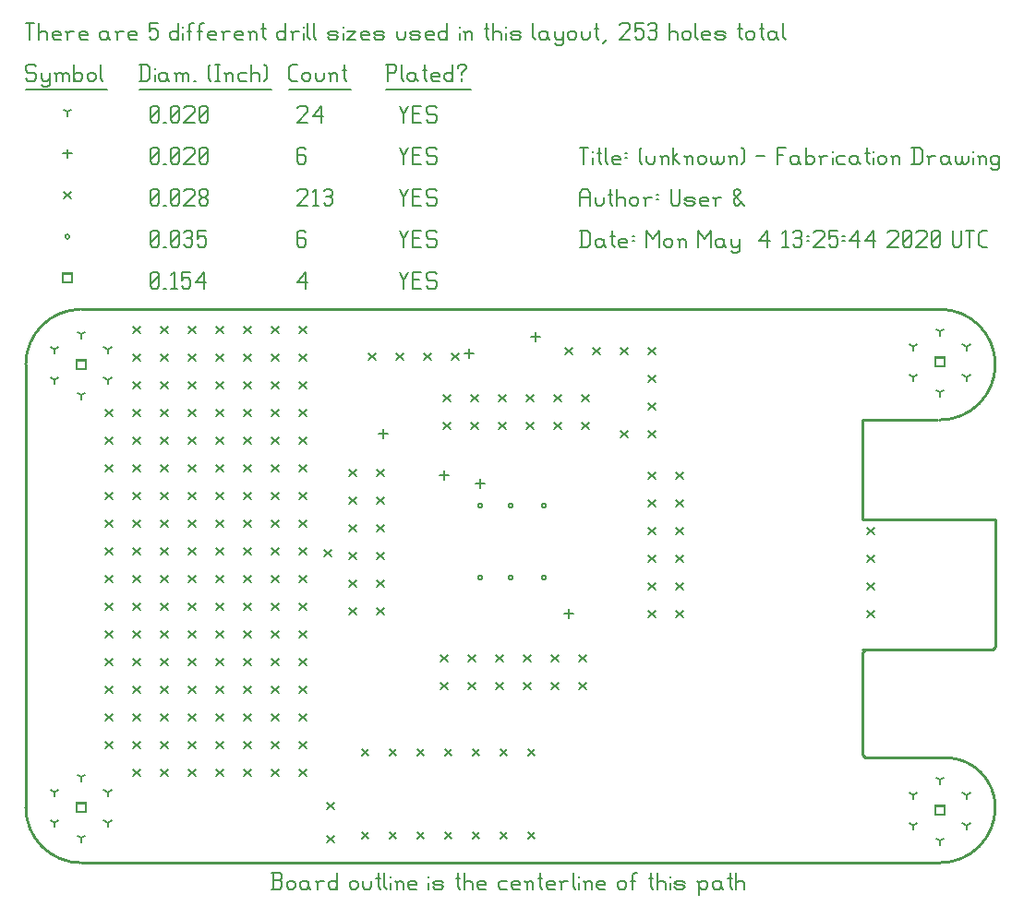
<source format=gbr>
G04 start of page 13 for group -3984 idx -3984 *
G04 Title: (unknown), fab *
G04 Creator: pcb 4.2.0 *
G04 CreationDate: Mon May  4 13:25:44 2020 UTC *
G04 For: xpi *
G04 Format: Gerber/RS-274X *
G04 PCB-Dimensions (mil): 3500.00 2000.00 *
G04 PCB-Coordinate-Origin: lower left *
%MOIN*%
%FSLAX25Y25*%
%LNFAB*%
%ADD88C,0.0100*%
%ADD87C,0.0075*%
%ADD86C,0.0060*%
%ADD85R,0.0080X0.0080*%
G54D85*X18400Y181600D02*X21600D01*
X18400D02*Y178400D01*
X21600D01*
Y181600D02*Y178400D01*
X328400Y20600D02*X331600D01*
X328400D02*Y17400D01*
X331600D01*
Y20600D02*Y17400D01*
X328400Y182600D02*X331600D01*
X328400D02*Y179400D01*
X331600D01*
Y182600D02*Y179400D01*
X18400Y21600D02*X21600D01*
X18400D02*Y18400D01*
X21600D01*
Y21600D02*Y18400D01*
X13400Y212850D02*X16600D01*
X13400D02*Y209650D01*
X16600D01*
Y212850D02*Y209650D01*
G54D86*X135000Y213500D02*X136500Y210500D01*
X138000Y213500D01*
X136500Y210500D02*Y207500D01*
X139800Y210800D02*X142050D01*
X139800Y207500D02*X142800D01*
X139800Y213500D02*Y207500D01*
Y213500D02*X142800D01*
X147600D02*X148350Y212750D01*
X145350Y213500D02*X147600D01*
X144600Y212750D02*X145350Y213500D01*
X144600Y212750D02*Y211250D01*
X145350Y210500D01*
X147600D01*
X148350Y209750D01*
Y208250D01*
X147600Y207500D02*X148350Y208250D01*
X145350Y207500D02*X147600D01*
X144600Y208250D02*X145350Y207500D01*
X98000Y209750D02*X101000Y213500D01*
X98000Y209750D02*X101750D01*
X101000Y213500D02*Y207500D01*
X45000Y208250D02*X45750Y207500D01*
X45000Y212750D02*Y208250D01*
Y212750D02*X45750Y213500D01*
X47250D01*
X48000Y212750D01*
Y208250D01*
X47250Y207500D02*X48000Y208250D01*
X45750Y207500D02*X47250D01*
X45000Y209000D02*X48000Y212000D01*
X49800Y207500D02*X50550D01*
X52350Y212300D02*X53550Y213500D01*
Y207500D01*
X52350D02*X54600D01*
X56400Y213500D02*X59400D01*
X56400D02*Y210500D01*
X57150Y211250D01*
X58650D01*
X59400Y210500D01*
Y208250D01*
X58650Y207500D02*X59400Y208250D01*
X57150Y207500D02*X58650D01*
X56400Y208250D02*X57150Y207500D01*
X61200Y209750D02*X64200Y213500D01*
X61200Y209750D02*X64950D01*
X64200Y213500D02*Y207500D01*
X163200Y103000D02*G75*G03X164800Y103000I800J0D01*G01*
G75*G03X163200Y103000I-800J0D01*G01*
X174200D02*G75*G03X175800Y103000I800J0D01*G01*
G75*G03X174200Y103000I-800J0D01*G01*
X186200D02*G75*G03X187800Y103000I800J0D01*G01*
G75*G03X186200Y103000I-800J0D01*G01*
Y129000D02*G75*G03X187800Y129000I800J0D01*G01*
G75*G03X186200Y129000I-800J0D01*G01*
X174200D02*G75*G03X175800Y129000I800J0D01*G01*
G75*G03X174200Y129000I-800J0D01*G01*
X163200D02*G75*G03X164800Y129000I800J0D01*G01*
G75*G03X163200Y129000I-800J0D01*G01*
X14200Y226250D02*G75*G03X15800Y226250I800J0D01*G01*
G75*G03X14200Y226250I-800J0D01*G01*
X135000Y228500D02*X136500Y225500D01*
X138000Y228500D01*
X136500Y225500D02*Y222500D01*
X139800Y225800D02*X142050D01*
X139800Y222500D02*X142800D01*
X139800Y228500D02*Y222500D01*
Y228500D02*X142800D01*
X147600D02*X148350Y227750D01*
X145350Y228500D02*X147600D01*
X144600Y227750D02*X145350Y228500D01*
X144600Y227750D02*Y226250D01*
X145350Y225500D01*
X147600D01*
X148350Y224750D01*
Y223250D01*
X147600Y222500D02*X148350Y223250D01*
X145350Y222500D02*X147600D01*
X144600Y223250D02*X145350Y222500D01*
X100250Y228500D02*X101000Y227750D01*
X98750Y228500D02*X100250D01*
X98000Y227750D02*X98750Y228500D01*
X98000Y227750D02*Y223250D01*
X98750Y222500D01*
X100250Y225800D02*X101000Y225050D01*
X98000Y225800D02*X100250D01*
X98750Y222500D02*X100250D01*
X101000Y223250D01*
Y225050D02*Y223250D01*
X45000D02*X45750Y222500D01*
X45000Y227750D02*Y223250D01*
Y227750D02*X45750Y228500D01*
X47250D01*
X48000Y227750D01*
Y223250D01*
X47250Y222500D02*X48000Y223250D01*
X45750Y222500D02*X47250D01*
X45000Y224000D02*X48000Y227000D01*
X49800Y222500D02*X50550D01*
X52350Y223250D02*X53100Y222500D01*
X52350Y227750D02*Y223250D01*
Y227750D02*X53100Y228500D01*
X54600D01*
X55350Y227750D01*
Y223250D01*
X54600Y222500D02*X55350Y223250D01*
X53100Y222500D02*X54600D01*
X52350Y224000D02*X55350Y227000D01*
X57150Y227750D02*X57900Y228500D01*
X59400D01*
X60150Y227750D01*
X59400Y222500D02*X60150Y223250D01*
X57900Y222500D02*X59400D01*
X57150Y223250D02*X57900Y222500D01*
Y225800D02*X59400D01*
X60150Y227750D02*Y226550D01*
Y225050D02*Y223250D01*
Y225050D02*X59400Y225800D01*
X60150Y226550D02*X59400Y225800D01*
X61950Y228500D02*X64950D01*
X61950D02*Y225500D01*
X62700Y226250D01*
X64200D01*
X64950Y225500D01*
Y223250D01*
X64200Y222500D02*X64950Y223250D01*
X62700Y222500D02*X64200D01*
X61950Y223250D02*X62700Y222500D01*
X121300Y11200D02*X123700Y8800D01*
X121300D02*X123700Y11200D01*
X131300D02*X133700Y8800D01*
X131300D02*X133700Y11200D01*
X141300D02*X143700Y8800D01*
X141300D02*X143700Y11200D01*
X151300D02*X153700Y8800D01*
X151300D02*X153700Y11200D01*
X161300D02*X163700Y8800D01*
X161300D02*X163700Y11200D01*
X171300D02*X173700Y8800D01*
X171300D02*X173700Y11200D01*
X181300D02*X183700Y8800D01*
X181300D02*X183700Y11200D01*
X181300Y41200D02*X183700Y38800D01*
X181300D02*X183700Y41200D01*
X171300D02*X173700Y38800D01*
X171300D02*X173700Y41200D01*
X161300D02*X163700Y38800D01*
X161300D02*X163700Y41200D01*
X151300D02*X153700Y38800D01*
X151300D02*X153700Y41200D01*
X141300D02*X143700Y38800D01*
X141300D02*X143700Y41200D01*
X131300D02*X133700Y38800D01*
X131300D02*X133700Y41200D01*
X121300D02*X123700Y38800D01*
X121300D02*X123700Y41200D01*
X303800Y111200D02*X306200Y108800D01*
X303800D02*X306200Y111200D01*
X303800Y101200D02*X306200Y98800D01*
X303800D02*X306200Y101200D01*
X303800Y91200D02*X306200Y88800D01*
X303800D02*X306200Y91200D01*
X303800Y121200D02*X306200Y118800D01*
X303800D02*X306200Y121200D01*
X126800Y142200D02*X129200Y139800D01*
X126800D02*X129200Y142200D01*
X126800Y132200D02*X129200Y129800D01*
X126800D02*X129200Y132200D01*
X126800Y122200D02*X129200Y119800D01*
X126800D02*X129200Y122200D01*
X126800Y112200D02*X129200Y109800D01*
X126800D02*X129200Y112200D01*
X126800Y102200D02*X129200Y99800D01*
X126800D02*X129200Y102200D01*
X126800Y92200D02*X129200Y89800D01*
X126800D02*X129200Y92200D01*
X116800Y142200D02*X119200Y139800D01*
X116800D02*X119200Y142200D01*
X116800Y132200D02*X119200Y129800D01*
X116800D02*X119200Y132200D01*
X116800Y122200D02*X119200Y119800D01*
X116800D02*X119200Y122200D01*
X116800Y102200D02*X119200Y99800D01*
X116800D02*X119200Y102200D01*
X116800Y92200D02*X119200Y89800D01*
X116800D02*X119200Y92200D01*
X234800Y141200D02*X237200Y138800D01*
X234800D02*X237200Y141200D01*
X234800Y131200D02*X237200Y128800D01*
X234800D02*X237200Y131200D01*
X234800Y121200D02*X237200Y118800D01*
X234800D02*X237200Y121200D01*
X234800Y111200D02*X237200Y108800D01*
X234800D02*X237200Y111200D01*
X234800Y101200D02*X237200Y98800D01*
X234800D02*X237200Y101200D01*
X234800Y91200D02*X237200Y88800D01*
X234800D02*X237200Y91200D01*
X224800Y141200D02*X227200Y138800D01*
X224800D02*X227200Y141200D01*
X224800Y131200D02*X227200Y128800D01*
X224800D02*X227200Y131200D01*
X224800Y121200D02*X227200Y118800D01*
X224800D02*X227200Y121200D01*
X224800Y111200D02*X227200Y108800D01*
X224800D02*X227200Y111200D01*
X224800Y101200D02*X227200Y98800D01*
X224800D02*X227200Y101200D01*
X224800Y91200D02*X227200Y88800D01*
X224800D02*X227200Y91200D01*
X170800Y169200D02*X173200Y166800D01*
X170800D02*X173200Y169200D01*
X170800Y159200D02*X173200Y156800D01*
X170800D02*X173200Y159200D01*
X160800Y169200D02*X163200Y166800D01*
X160800D02*X163200Y169200D01*
X160800Y159200D02*X163200Y156800D01*
X160800D02*X163200Y159200D01*
X150800Y169200D02*X153200Y166800D01*
X150800D02*X153200Y169200D01*
X150800Y159200D02*X153200Y156800D01*
X150800D02*X153200Y159200D01*
X200800Y169200D02*X203200Y166800D01*
X200800D02*X203200Y169200D01*
X200800Y159200D02*X203200Y156800D01*
X200800D02*X203200Y159200D01*
X190800Y169200D02*X193200Y166800D01*
X190800D02*X193200Y169200D01*
X190800Y159200D02*X193200Y156800D01*
X190800D02*X193200Y159200D01*
X180800Y169200D02*X183200Y166800D01*
X180800D02*X183200Y169200D01*
X180800Y159200D02*X183200Y156800D01*
X180800D02*X183200Y159200D01*
X169800Y75200D02*X172200Y72800D01*
X169800D02*X172200Y75200D01*
X169800Y65200D02*X172200Y62800D01*
X169800D02*X172200Y65200D01*
X159800Y75200D02*X162200Y72800D01*
X159800D02*X162200Y75200D01*
X159800Y65200D02*X162200Y62800D01*
X159800D02*X162200Y65200D01*
X149800Y75200D02*X152200Y72800D01*
X149800D02*X152200Y75200D01*
X149800Y65200D02*X152200Y62800D01*
X149800D02*X152200Y65200D01*
X199800Y75200D02*X202200Y72800D01*
X199800D02*X202200Y75200D01*
X199800Y65200D02*X202200Y62800D01*
X199800D02*X202200Y65200D01*
X189800Y75200D02*X192200Y72800D01*
X189800D02*X192200Y75200D01*
X189800Y65200D02*X192200Y62800D01*
X189800D02*X192200Y65200D01*
X179800Y75200D02*X182200Y72800D01*
X179800D02*X182200Y75200D01*
X179800Y65200D02*X182200Y62800D01*
X179800D02*X182200Y65200D01*
X224800Y186200D02*X227200Y183800D01*
X224800D02*X227200Y186200D01*
X224800Y176200D02*X227200Y173800D01*
X224800D02*X227200Y176200D01*
X224800Y166200D02*X227200Y163800D01*
X224800D02*X227200Y166200D01*
X224800Y156200D02*X227200Y153800D01*
X224800D02*X227200Y156200D01*
X98800Y183700D02*X101200Y181300D01*
X98800D02*X101200Y183700D01*
X98800Y173700D02*X101200Y171300D01*
X98800D02*X101200Y173700D01*
X98800Y163700D02*X101200Y161300D01*
X98800D02*X101200Y163700D01*
X98800Y153700D02*X101200Y151300D01*
X98800D02*X101200Y153700D01*
X98800Y143700D02*X101200Y141300D01*
X98800D02*X101200Y143700D01*
X98800Y133700D02*X101200Y131300D01*
X98800D02*X101200Y133700D01*
X98800Y123700D02*X101200Y121300D01*
X98800D02*X101200Y123700D01*
X98800Y113700D02*X101200Y111300D01*
X98800D02*X101200Y113700D01*
X88800Y183700D02*X91200Y181300D01*
X88800D02*X91200Y183700D01*
X88800Y173700D02*X91200Y171300D01*
X88800D02*X91200Y173700D01*
X88800Y163700D02*X91200Y161300D01*
X88800D02*X91200Y163700D01*
X88800Y153700D02*X91200Y151300D01*
X88800D02*X91200Y153700D01*
X88800Y143700D02*X91200Y141300D01*
X88800D02*X91200Y143700D01*
X88800Y133700D02*X91200Y131300D01*
X88800D02*X91200Y133700D01*
X88800Y123700D02*X91200Y121300D01*
X88800D02*X91200Y123700D01*
X88800Y113700D02*X91200Y111300D01*
X88800D02*X91200Y113700D01*
X78800Y183700D02*X81200Y181300D01*
X78800D02*X81200Y183700D01*
X78800Y173700D02*X81200Y171300D01*
X78800D02*X81200Y173700D01*
X78800Y163700D02*X81200Y161300D01*
X78800D02*X81200Y163700D01*
X78800Y153700D02*X81200Y151300D01*
X78800D02*X81200Y153700D01*
X78800Y143700D02*X81200Y141300D01*
X78800D02*X81200Y143700D01*
X78800Y133700D02*X81200Y131300D01*
X78800D02*X81200Y133700D01*
X78800Y123700D02*X81200Y121300D01*
X78800D02*X81200Y123700D01*
X78800Y113700D02*X81200Y111300D01*
X78800D02*X81200Y113700D01*
X98800Y103700D02*X101200Y101300D01*
X98800D02*X101200Y103700D01*
X98800Y93700D02*X101200Y91300D01*
X98800D02*X101200Y93700D01*
X98800Y83700D02*X101200Y81300D01*
X98800D02*X101200Y83700D01*
X88800Y103700D02*X91200Y101300D01*
X88800D02*X91200Y103700D01*
X88800Y93700D02*X91200Y91300D01*
X88800D02*X91200Y93700D01*
X88800Y83700D02*X91200Y81300D01*
X88800D02*X91200Y83700D01*
X78800Y103700D02*X81200Y101300D01*
X78800D02*X81200Y103700D01*
X78800Y93700D02*X81200Y91300D01*
X78800D02*X81200Y93700D01*
X78800Y83700D02*X81200Y81300D01*
X78800D02*X81200Y83700D01*
X98800Y73700D02*X101200Y71300D01*
X98800D02*X101200Y73700D01*
X98800Y63700D02*X101200Y61300D01*
X98800D02*X101200Y63700D01*
X88800Y73700D02*X91200Y71300D01*
X88800D02*X91200Y73700D01*
X88800Y63700D02*X91200Y61300D01*
X88800D02*X91200Y63700D01*
X78800Y73700D02*X81200Y71300D01*
X78800D02*X81200Y73700D01*
X78800Y63700D02*X81200Y61300D01*
X78800D02*X81200Y63700D01*
X98800Y53700D02*X101200Y51300D01*
X98800D02*X101200Y53700D01*
X98800Y43700D02*X101200Y41300D01*
X98800D02*X101200Y43700D01*
X98800Y33700D02*X101200Y31300D01*
X98800D02*X101200Y33700D01*
X88800Y53700D02*X91200Y51300D01*
X88800D02*X91200Y53700D01*
X88800Y43700D02*X91200Y41300D01*
X88800D02*X91200Y43700D01*
X88800Y33700D02*X91200Y31300D01*
X88800D02*X91200Y33700D01*
X78800Y53700D02*X81200Y51300D01*
X78800D02*X81200Y53700D01*
X78800Y43700D02*X81200Y41300D01*
X78800D02*X81200Y43700D01*
X78800Y33700D02*X81200Y31300D01*
X78800D02*X81200Y33700D01*
X58800Y183700D02*X61200Y181300D01*
X58800D02*X61200Y183700D01*
X58800Y173700D02*X61200Y171300D01*
X58800D02*X61200Y173700D01*
X58800Y163700D02*X61200Y161300D01*
X58800D02*X61200Y163700D01*
X58800Y153700D02*X61200Y151300D01*
X58800D02*X61200Y153700D01*
X58800Y143700D02*X61200Y141300D01*
X58800D02*X61200Y143700D01*
X58800Y133700D02*X61200Y131300D01*
X58800D02*X61200Y133700D01*
X58800Y123700D02*X61200Y121300D01*
X58800D02*X61200Y123700D01*
X58800Y113700D02*X61200Y111300D01*
X58800D02*X61200Y113700D01*
X48800Y183700D02*X51200Y181300D01*
X48800D02*X51200Y183700D01*
X48800Y173700D02*X51200Y171300D01*
X48800D02*X51200Y173700D01*
X48800Y163700D02*X51200Y161300D01*
X48800D02*X51200Y163700D01*
X48800Y153700D02*X51200Y151300D01*
X48800D02*X51200Y153700D01*
X48800Y143700D02*X51200Y141300D01*
X48800D02*X51200Y143700D01*
X48800Y133700D02*X51200Y131300D01*
X48800D02*X51200Y133700D01*
X48800Y123700D02*X51200Y121300D01*
X48800D02*X51200Y123700D01*
X48800Y113700D02*X51200Y111300D01*
X48800D02*X51200Y113700D01*
X38800Y183700D02*X41200Y181300D01*
X38800D02*X41200Y183700D01*
X38800Y173700D02*X41200Y171300D01*
X38800D02*X41200Y173700D01*
X38800Y163700D02*X41200Y161300D01*
X38800D02*X41200Y163700D01*
X38800Y153700D02*X41200Y151300D01*
X38800D02*X41200Y153700D01*
X38800Y143700D02*X41200Y141300D01*
X38800D02*X41200Y143700D01*
X38800Y133700D02*X41200Y131300D01*
X38800D02*X41200Y133700D01*
X38800Y123700D02*X41200Y121300D01*
X38800D02*X41200Y123700D01*
X38800Y113700D02*X41200Y111300D01*
X38800D02*X41200Y113700D01*
X58800Y103700D02*X61200Y101300D01*
X58800D02*X61200Y103700D01*
X58800Y93700D02*X61200Y91300D01*
X58800D02*X61200Y93700D01*
X58800Y83700D02*X61200Y81300D01*
X58800D02*X61200Y83700D01*
X48800Y103700D02*X51200Y101300D01*
X48800D02*X51200Y103700D01*
X48800Y93700D02*X51200Y91300D01*
X48800D02*X51200Y93700D01*
X48800Y83700D02*X51200Y81300D01*
X48800D02*X51200Y83700D01*
X38800Y103700D02*X41200Y101300D01*
X38800D02*X41200Y103700D01*
X38800Y93700D02*X41200Y91300D01*
X38800D02*X41200Y93700D01*
X38800Y83700D02*X41200Y81300D01*
X38800D02*X41200Y83700D01*
X58800Y73700D02*X61200Y71300D01*
X58800D02*X61200Y73700D01*
X58800Y63700D02*X61200Y61300D01*
X58800D02*X61200Y63700D01*
X48800Y73700D02*X51200Y71300D01*
X48800D02*X51200Y73700D01*
X48800Y63700D02*X51200Y61300D01*
X48800D02*X51200Y63700D01*
X38800Y73700D02*X41200Y71300D01*
X38800D02*X41200Y73700D01*
X38800Y63700D02*X41200Y61300D01*
X38800D02*X41200Y63700D01*
X58800Y53700D02*X61200Y51300D01*
X58800D02*X61200Y53700D01*
X58800Y43700D02*X61200Y41300D01*
X58800D02*X61200Y43700D01*
X58800Y33700D02*X61200Y31300D01*
X58800D02*X61200Y33700D01*
X48800Y53700D02*X51200Y51300D01*
X48800D02*X51200Y53700D01*
X48800Y43700D02*X51200Y41300D01*
X48800D02*X51200Y43700D01*
X48800Y33700D02*X51200Y31300D01*
X48800D02*X51200Y33700D01*
X38800Y53700D02*X41200Y51300D01*
X38800D02*X41200Y53700D01*
X38800Y43700D02*X41200Y41300D01*
X38800D02*X41200Y43700D01*
X38800Y33700D02*X41200Y31300D01*
X38800D02*X41200Y33700D01*
X68800Y183700D02*X71200Y181300D01*
X68800D02*X71200Y183700D01*
X68800Y173700D02*X71200Y171300D01*
X68800D02*X71200Y173700D01*
X68800Y163700D02*X71200Y161300D01*
X68800D02*X71200Y163700D01*
X68800Y153700D02*X71200Y151300D01*
X68800D02*X71200Y153700D01*
X68800Y143700D02*X71200Y141300D01*
X68800D02*X71200Y143700D01*
X68800Y133700D02*X71200Y131300D01*
X68800D02*X71200Y133700D01*
X68800Y123700D02*X71200Y121300D01*
X68800D02*X71200Y123700D01*
X68800Y113700D02*X71200Y111300D01*
X68800D02*X71200Y113700D01*
X68800Y103700D02*X71200Y101300D01*
X68800D02*X71200Y103700D01*
X68800Y93700D02*X71200Y91300D01*
X68800D02*X71200Y93700D01*
X68800Y83700D02*X71200Y81300D01*
X68800D02*X71200Y83700D01*
X68800Y73700D02*X71200Y71300D01*
X68800D02*X71200Y73700D01*
X68800Y63700D02*X71200Y61300D01*
X68800D02*X71200Y63700D01*
X68800Y53700D02*X71200Y51300D01*
X68800D02*X71200Y53700D01*
X68800Y43700D02*X71200Y41300D01*
X68800D02*X71200Y43700D01*
X68800Y33700D02*X71200Y31300D01*
X68800D02*X71200Y33700D01*
X28800Y163700D02*X31200Y161300D01*
X28800D02*X31200Y163700D01*
X28800Y153700D02*X31200Y151300D01*
X28800D02*X31200Y153700D01*
X28800Y143700D02*X31200Y141300D01*
X28800D02*X31200Y143700D01*
X28800Y133700D02*X31200Y131300D01*
X28800D02*X31200Y133700D01*
X28800Y123700D02*X31200Y121300D01*
X28800D02*X31200Y123700D01*
X28800Y113700D02*X31200Y111300D01*
X28800D02*X31200Y113700D01*
X28800Y103700D02*X31200Y101300D01*
X28800D02*X31200Y103700D01*
X28800Y93700D02*X31200Y91300D01*
X28800D02*X31200Y93700D01*
X28800Y83700D02*X31200Y81300D01*
X28800D02*X31200Y83700D01*
X28800Y73700D02*X31200Y71300D01*
X28800D02*X31200Y73700D01*
X28800Y63700D02*X31200Y61300D01*
X28800D02*X31200Y63700D01*
X28800Y53700D02*X31200Y51300D01*
X28800D02*X31200Y53700D01*
X28800Y43700D02*X31200Y41300D01*
X28800D02*X31200Y43700D01*
X108800Y21700D02*X111200Y19300D01*
X108800D02*X111200Y21700D01*
X108800Y9700D02*X111200Y7300D01*
X108800D02*X111200Y9700D01*
X98800Y193700D02*X101200Y191300D01*
X98800D02*X101200Y193700D01*
X88800D02*X91200Y191300D01*
X88800D02*X91200Y193700D01*
X78800D02*X81200Y191300D01*
X78800D02*X81200Y193700D01*
X58800D02*X61200Y191300D01*
X58800D02*X61200Y193700D01*
X48800D02*X51200Y191300D01*
X48800D02*X51200Y193700D01*
X38800D02*X41200Y191300D01*
X38800D02*X41200Y193700D01*
X68800D02*X71200Y191300D01*
X68800D02*X71200Y193700D01*
X214800Y156200D02*X217200Y153800D01*
X214800D02*X217200Y156200D01*
X214800Y186200D02*X217200Y183800D01*
X214800D02*X217200Y186200D01*
X204800D02*X207200Y183800D01*
X204800D02*X207200Y186200D01*
X194800D02*X197200Y183800D01*
X194800D02*X197200Y186200D01*
X153800Y184200D02*X156200Y181800D01*
X153800D02*X156200Y184200D01*
X143800D02*X146200Y181800D01*
X143800D02*X146200Y184200D01*
X133800D02*X136200Y181800D01*
X133800D02*X136200Y184200D01*
X123800D02*X126200Y181800D01*
X123800D02*X126200Y184200D01*
X107800Y113200D02*X110200Y110800D01*
X107800D02*X110200Y113200D01*
X116800Y112200D02*X119200Y109800D01*
X116800D02*X119200Y112200D01*
X13800Y242450D02*X16200Y240050D01*
X13800D02*X16200Y242450D01*
X135000Y243500D02*X136500Y240500D01*
X138000Y243500D01*
X136500Y240500D02*Y237500D01*
X139800Y240800D02*X142050D01*
X139800Y237500D02*X142800D01*
X139800Y243500D02*Y237500D01*
Y243500D02*X142800D01*
X147600D02*X148350Y242750D01*
X145350Y243500D02*X147600D01*
X144600Y242750D02*X145350Y243500D01*
X144600Y242750D02*Y241250D01*
X145350Y240500D01*
X147600D01*
X148350Y239750D01*
Y238250D01*
X147600Y237500D02*X148350Y238250D01*
X145350Y237500D02*X147600D01*
X144600Y238250D02*X145350Y237500D01*
X98000Y242750D02*X98750Y243500D01*
X101000D01*
X101750Y242750D01*
Y241250D01*
X98000Y237500D02*X101750Y241250D01*
X98000Y237500D02*X101750D01*
X103550Y242300D02*X104750Y243500D01*
Y237500D01*
X103550D02*X105800D01*
X107600Y242750D02*X108350Y243500D01*
X109850D01*
X110600Y242750D01*
X109850Y237500D02*X110600Y238250D01*
X108350Y237500D02*X109850D01*
X107600Y238250D02*X108350Y237500D01*
Y240800D02*X109850D01*
X110600Y242750D02*Y241550D01*
Y240050D02*Y238250D01*
Y240050D02*X109850Y240800D01*
X110600Y241550D02*X109850Y240800D01*
X45000Y238250D02*X45750Y237500D01*
X45000Y242750D02*Y238250D01*
Y242750D02*X45750Y243500D01*
X47250D01*
X48000Y242750D01*
Y238250D01*
X47250Y237500D02*X48000Y238250D01*
X45750Y237500D02*X47250D01*
X45000Y239000D02*X48000Y242000D01*
X49800Y237500D02*X50550D01*
X52350Y238250D02*X53100Y237500D01*
X52350Y242750D02*Y238250D01*
Y242750D02*X53100Y243500D01*
X54600D01*
X55350Y242750D01*
Y238250D01*
X54600Y237500D02*X55350Y238250D01*
X53100Y237500D02*X54600D01*
X52350Y239000D02*X55350Y242000D01*
X57150Y242750D02*X57900Y243500D01*
X60150D01*
X60900Y242750D01*
Y241250D01*
X57150Y237500D02*X60900Y241250D01*
X57150Y237500D02*X60900D01*
X62700Y238250D02*X63450Y237500D01*
X62700Y239450D02*Y238250D01*
Y239450D02*X63750Y240500D01*
X64650D01*
X65700Y239450D01*
Y238250D01*
X64950Y237500D02*X65700Y238250D01*
X63450Y237500D02*X64950D01*
X62700Y241550D02*X63750Y240500D01*
X62700Y242750D02*Y241550D01*
Y242750D02*X63450Y243500D01*
X64950D01*
X65700Y242750D01*
Y241550D01*
X64650Y240500D02*X65700Y241550D01*
X196000Y91600D02*Y88400D01*
X194400Y90000D02*X197600D01*
X151000Y141600D02*Y138400D01*
X149400Y140000D02*X152600D01*
X164000Y138600D02*Y135400D01*
X162400Y137000D02*X165600D01*
X129000Y156600D02*Y153400D01*
X127400Y155000D02*X130600D01*
X184000Y191600D02*Y188400D01*
X182400Y190000D02*X185600D01*
X160000Y185600D02*Y182400D01*
X158400Y184000D02*X161600D01*
X15000Y257850D02*Y254650D01*
X13400Y256250D02*X16600D01*
X135000Y258500D02*X136500Y255500D01*
X138000Y258500D01*
X136500Y255500D02*Y252500D01*
X139800Y255800D02*X142050D01*
X139800Y252500D02*X142800D01*
X139800Y258500D02*Y252500D01*
Y258500D02*X142800D01*
X147600D02*X148350Y257750D01*
X145350Y258500D02*X147600D01*
X144600Y257750D02*X145350Y258500D01*
X144600Y257750D02*Y256250D01*
X145350Y255500D01*
X147600D01*
X148350Y254750D01*
Y253250D01*
X147600Y252500D02*X148350Y253250D01*
X145350Y252500D02*X147600D01*
X144600Y253250D02*X145350Y252500D01*
X100250Y258500D02*X101000Y257750D01*
X98750Y258500D02*X100250D01*
X98000Y257750D02*X98750Y258500D01*
X98000Y257750D02*Y253250D01*
X98750Y252500D01*
X100250Y255800D02*X101000Y255050D01*
X98000Y255800D02*X100250D01*
X98750Y252500D02*X100250D01*
X101000Y253250D01*
Y255050D02*Y253250D01*
X45000D02*X45750Y252500D01*
X45000Y257750D02*Y253250D01*
Y257750D02*X45750Y258500D01*
X47250D01*
X48000Y257750D01*
Y253250D01*
X47250Y252500D02*X48000Y253250D01*
X45750Y252500D02*X47250D01*
X45000Y254000D02*X48000Y257000D01*
X49800Y252500D02*X50550D01*
X52350Y253250D02*X53100Y252500D01*
X52350Y257750D02*Y253250D01*
Y257750D02*X53100Y258500D01*
X54600D01*
X55350Y257750D01*
Y253250D01*
X54600Y252500D02*X55350Y253250D01*
X53100Y252500D02*X54600D01*
X52350Y254000D02*X55350Y257000D01*
X57150Y257750D02*X57900Y258500D01*
X60150D01*
X60900Y257750D01*
Y256250D01*
X57150Y252500D02*X60900Y256250D01*
X57150Y252500D02*X60900D01*
X62700Y253250D02*X63450Y252500D01*
X62700Y257750D02*Y253250D01*
Y257750D02*X63450Y258500D01*
X64950D01*
X65700Y257750D01*
Y253250D01*
X64950Y252500D02*X65700Y253250D01*
X63450Y252500D02*X64950D01*
X62700Y254000D02*X65700Y257000D01*
X20000Y168977D02*Y167377D01*
Y168977D02*X21387Y169777D01*
X20000Y168977D02*X18613Y169777D01*
X20000Y191023D02*Y189423D01*
Y191023D02*X21387Y191823D01*
X20000Y191023D02*X18613Y191823D01*
X10453Y174489D02*Y172889D01*
Y174489D02*X11840Y175289D01*
X10453Y174489D02*X9066Y175289D01*
X29547Y174489D02*Y172889D01*
Y174489D02*X30934Y175289D01*
X29547Y174489D02*X28160Y175289D01*
X10453Y185511D02*Y183911D01*
Y185511D02*X11840Y186311D01*
X10453Y185511D02*X9066Y186311D01*
X29547Y185511D02*Y183911D01*
Y185511D02*X30934Y186311D01*
X29547Y185511D02*X28160Y186311D01*
X330000Y7977D02*Y6377D01*
Y7977D02*X331387Y8777D01*
X330000Y7977D02*X328613Y8777D01*
X330000Y30023D02*Y28423D01*
Y30023D02*X331387Y30823D01*
X330000Y30023D02*X328613Y30823D01*
X320453Y13489D02*Y11889D01*
Y13489D02*X321840Y14289D01*
X320453Y13489D02*X319066Y14289D01*
X339547Y13489D02*Y11889D01*
Y13489D02*X340934Y14289D01*
X339547Y13489D02*X338160Y14289D01*
X320453Y24511D02*Y22911D01*
Y24511D02*X321840Y25311D01*
X320453Y24511D02*X319066Y25311D01*
X339547Y24511D02*Y22911D01*
Y24511D02*X340934Y25311D01*
X339547Y24511D02*X338160Y25311D01*
X330000Y169977D02*Y168377D01*
Y169977D02*X331387Y170777D01*
X330000Y169977D02*X328613Y170777D01*
X330000Y192023D02*Y190423D01*
Y192023D02*X331387Y192823D01*
X330000Y192023D02*X328613Y192823D01*
X320453Y175489D02*Y173889D01*
Y175489D02*X321840Y176289D01*
X320453Y175489D02*X319066Y176289D01*
X339547Y175489D02*Y173889D01*
Y175489D02*X340934Y176289D01*
X339547Y175489D02*X338160Y176289D01*
X320453Y186511D02*Y184911D01*
Y186511D02*X321840Y187311D01*
X320453Y186511D02*X319066Y187311D01*
X339547Y186511D02*Y184911D01*
Y186511D02*X340934Y187311D01*
X339547Y186511D02*X338160Y187311D01*
X20000Y8977D02*Y7377D01*
Y8977D02*X21387Y9777D01*
X20000Y8977D02*X18613Y9777D01*
X20000Y31023D02*Y29423D01*
Y31023D02*X21387Y31823D01*
X20000Y31023D02*X18613Y31823D01*
X10453Y14489D02*Y12889D01*
Y14489D02*X11840Y15289D01*
X10453Y14489D02*X9066Y15289D01*
X29547Y14489D02*Y12889D01*
Y14489D02*X30934Y15289D01*
X29547Y14489D02*X28160Y15289D01*
X10453Y25511D02*Y23911D01*
Y25511D02*X11840Y26311D01*
X10453Y25511D02*X9066Y26311D01*
X29547Y25511D02*Y23911D01*
Y25511D02*X30934Y26311D01*
X29547Y25511D02*X28160Y26311D01*
X15000Y271250D02*Y269650D01*
Y271250D02*X16387Y272050D01*
X15000Y271250D02*X13613Y272050D01*
X135000Y273500D02*X136500Y270500D01*
X138000Y273500D01*
X136500Y270500D02*Y267500D01*
X139800Y270800D02*X142050D01*
X139800Y267500D02*X142800D01*
X139800Y273500D02*Y267500D01*
Y273500D02*X142800D01*
X147600D02*X148350Y272750D01*
X145350Y273500D02*X147600D01*
X144600Y272750D02*X145350Y273500D01*
X144600Y272750D02*Y271250D01*
X145350Y270500D01*
X147600D01*
X148350Y269750D01*
Y268250D01*
X147600Y267500D02*X148350Y268250D01*
X145350Y267500D02*X147600D01*
X144600Y268250D02*X145350Y267500D01*
X98000Y272750D02*X98750Y273500D01*
X101000D01*
X101750Y272750D01*
Y271250D01*
X98000Y267500D02*X101750Y271250D01*
X98000Y267500D02*X101750D01*
X103550Y269750D02*X106550Y273500D01*
X103550Y269750D02*X107300D01*
X106550Y273500D02*Y267500D01*
X45000Y268250D02*X45750Y267500D01*
X45000Y272750D02*Y268250D01*
Y272750D02*X45750Y273500D01*
X47250D01*
X48000Y272750D01*
Y268250D01*
X47250Y267500D02*X48000Y268250D01*
X45750Y267500D02*X47250D01*
X45000Y269000D02*X48000Y272000D01*
X49800Y267500D02*X50550D01*
X52350Y268250D02*X53100Y267500D01*
X52350Y272750D02*Y268250D01*
Y272750D02*X53100Y273500D01*
X54600D01*
X55350Y272750D01*
Y268250D01*
X54600Y267500D02*X55350Y268250D01*
X53100Y267500D02*X54600D01*
X52350Y269000D02*X55350Y272000D01*
X57150Y272750D02*X57900Y273500D01*
X60150D01*
X60900Y272750D01*
Y271250D01*
X57150Y267500D02*X60900Y271250D01*
X57150Y267500D02*X60900D01*
X62700Y268250D02*X63450Y267500D01*
X62700Y272750D02*Y268250D01*
Y272750D02*X63450Y273500D01*
X64950D01*
X65700Y272750D01*
Y268250D01*
X64950Y267500D02*X65700Y268250D01*
X63450Y267500D02*X64950D01*
X62700Y269000D02*X65700Y272000D01*
X3000Y288500D02*X3750Y287750D01*
X750Y288500D02*X3000D01*
X0Y287750D02*X750Y288500D01*
X0Y287750D02*Y286250D01*
X750Y285500D01*
X3000D01*
X3750Y284750D01*
Y283250D01*
X3000Y282500D02*X3750Y283250D01*
X750Y282500D02*X3000D01*
X0Y283250D02*X750Y282500D01*
X5550Y285500D02*Y283250D01*
X6300Y282500D01*
X8550Y285500D02*Y281000D01*
X7800Y280250D02*X8550Y281000D01*
X6300Y280250D02*X7800D01*
X5550Y281000D02*X6300Y280250D01*
Y282500D02*X7800D01*
X8550Y283250D01*
X11100Y284750D02*Y282500D01*
Y284750D02*X11850Y285500D01*
X12600D01*
X13350Y284750D01*
Y282500D01*
Y284750D02*X14100Y285500D01*
X14850D01*
X15600Y284750D01*
Y282500D01*
X10350Y285500D02*X11100Y284750D01*
X17400Y288500D02*Y282500D01*
Y283250D02*X18150Y282500D01*
X19650D01*
X20400Y283250D01*
Y284750D02*Y283250D01*
X19650Y285500D02*X20400Y284750D01*
X18150Y285500D02*X19650D01*
X17400Y284750D02*X18150Y285500D01*
X22200Y284750D02*Y283250D01*
Y284750D02*X22950Y285500D01*
X24450D01*
X25200Y284750D01*
Y283250D01*
X24450Y282500D02*X25200Y283250D01*
X22950Y282500D02*X24450D01*
X22200Y283250D02*X22950Y282500D01*
X27000Y288500D02*Y283250D01*
X27750Y282500D01*
X0Y279250D02*X29250D01*
X41750Y288500D02*Y282500D01*
X43700Y288500D02*X44750Y287450D01*
Y283550D01*
X43700Y282500D02*X44750Y283550D01*
X41000Y282500D02*X43700D01*
X41000Y288500D02*X43700D01*
G54D87*X46550Y287000D02*Y286850D01*
G54D86*Y284750D02*Y282500D01*
X50300Y285500D02*X51050Y284750D01*
X48800Y285500D02*X50300D01*
X48050Y284750D02*X48800Y285500D01*
X48050Y284750D02*Y283250D01*
X48800Y282500D01*
X51050Y285500D02*Y283250D01*
X51800Y282500D01*
X48800D02*X50300D01*
X51050Y283250D01*
X54350Y284750D02*Y282500D01*
Y284750D02*X55100Y285500D01*
X55850D01*
X56600Y284750D01*
Y282500D01*
Y284750D02*X57350Y285500D01*
X58100D01*
X58850Y284750D01*
Y282500D01*
X53600Y285500D02*X54350Y284750D01*
X60650Y282500D02*X61400D01*
X65900Y283250D02*X66650Y282500D01*
X65900Y287750D02*X66650Y288500D01*
X65900Y287750D02*Y283250D01*
X68450Y288500D02*X69950D01*
X69200D02*Y282500D01*
X68450D02*X69950D01*
X72500Y284750D02*Y282500D01*
Y284750D02*X73250Y285500D01*
X74000D01*
X74750Y284750D01*
Y282500D01*
X71750Y285500D02*X72500Y284750D01*
X77300Y285500D02*X79550D01*
X76550Y284750D02*X77300Y285500D01*
X76550Y284750D02*Y283250D01*
X77300Y282500D01*
X79550D01*
X81350Y288500D02*Y282500D01*
Y284750D02*X82100Y285500D01*
X83600D01*
X84350Y284750D01*
Y282500D01*
X86150Y288500D02*X86900Y287750D01*
Y283250D01*
X86150Y282500D02*X86900Y283250D01*
X41000Y279250D02*X88700D01*
X96050Y282500D02*X98000D01*
X95000Y283550D02*X96050Y282500D01*
X95000Y287450D02*Y283550D01*
Y287450D02*X96050Y288500D01*
X98000D01*
X99800Y284750D02*Y283250D01*
Y284750D02*X100550Y285500D01*
X102050D01*
X102800Y284750D01*
Y283250D01*
X102050Y282500D02*X102800Y283250D01*
X100550Y282500D02*X102050D01*
X99800Y283250D02*X100550Y282500D01*
X104600Y285500D02*Y283250D01*
X105350Y282500D01*
X106850D01*
X107600Y283250D01*
Y285500D02*Y283250D01*
X110150Y284750D02*Y282500D01*
Y284750D02*X110900Y285500D01*
X111650D01*
X112400Y284750D01*
Y282500D01*
X109400Y285500D02*X110150Y284750D01*
X114950Y288500D02*Y283250D01*
X115700Y282500D01*
X114200Y286250D02*X115700D01*
X95000Y279250D02*X117200D01*
X130750Y288500D02*Y282500D01*
X130000Y288500D02*X133000D01*
X133750Y287750D01*
Y286250D01*
X133000Y285500D02*X133750Y286250D01*
X130750Y285500D02*X133000D01*
X135550Y288500D02*Y283250D01*
X136300Y282500D01*
X140050Y285500D02*X140800Y284750D01*
X138550Y285500D02*X140050D01*
X137800Y284750D02*X138550Y285500D01*
X137800Y284750D02*Y283250D01*
X138550Y282500D01*
X140800Y285500D02*Y283250D01*
X141550Y282500D01*
X138550D02*X140050D01*
X140800Y283250D01*
X144100Y288500D02*Y283250D01*
X144850Y282500D01*
X143350Y286250D02*X144850D01*
X147100Y282500D02*X149350D01*
X146350Y283250D02*X147100Y282500D01*
X146350Y284750D02*Y283250D01*
Y284750D02*X147100Y285500D01*
X148600D01*
X149350Y284750D01*
X146350Y284000D02*X149350D01*
Y284750D02*Y284000D01*
X154150Y288500D02*Y282500D01*
X153400D02*X154150Y283250D01*
X151900Y282500D02*X153400D01*
X151150Y283250D02*X151900Y282500D01*
X151150Y284750D02*Y283250D01*
Y284750D02*X151900Y285500D01*
X153400D01*
X154150Y284750D01*
X157450Y285500D02*Y284750D01*
Y283250D02*Y282500D01*
X155950Y287750D02*Y287000D01*
Y287750D02*X156700Y288500D01*
X158200D01*
X158950Y287750D01*
Y287000D01*
X157450Y285500D02*X158950Y287000D01*
X130000Y279250D02*X160750D01*
X0Y303500D02*X3000D01*
X1500D02*Y297500D01*
X4800Y303500D02*Y297500D01*
Y299750D02*X5550Y300500D01*
X7050D01*
X7800Y299750D01*
Y297500D01*
X10350D02*X12600D01*
X9600Y298250D02*X10350Y297500D01*
X9600Y299750D02*Y298250D01*
Y299750D02*X10350Y300500D01*
X11850D01*
X12600Y299750D01*
X9600Y299000D02*X12600D01*
Y299750D02*Y299000D01*
X15150Y299750D02*Y297500D01*
Y299750D02*X15900Y300500D01*
X17400D01*
X14400D02*X15150Y299750D01*
X19950Y297500D02*X22200D01*
X19200Y298250D02*X19950Y297500D01*
X19200Y299750D02*Y298250D01*
Y299750D02*X19950Y300500D01*
X21450D01*
X22200Y299750D01*
X19200Y299000D02*X22200D01*
Y299750D02*Y299000D01*
X28950Y300500D02*X29700Y299750D01*
X27450Y300500D02*X28950D01*
X26700Y299750D02*X27450Y300500D01*
X26700Y299750D02*Y298250D01*
X27450Y297500D01*
X29700Y300500D02*Y298250D01*
X30450Y297500D01*
X27450D02*X28950D01*
X29700Y298250D01*
X33000Y299750D02*Y297500D01*
Y299750D02*X33750Y300500D01*
X35250D01*
X32250D02*X33000Y299750D01*
X37800Y297500D02*X40050D01*
X37050Y298250D02*X37800Y297500D01*
X37050Y299750D02*Y298250D01*
Y299750D02*X37800Y300500D01*
X39300D01*
X40050Y299750D01*
X37050Y299000D02*X40050D01*
Y299750D02*Y299000D01*
X44550Y303500D02*X47550D01*
X44550D02*Y300500D01*
X45300Y301250D01*
X46800D01*
X47550Y300500D01*
Y298250D01*
X46800Y297500D02*X47550Y298250D01*
X45300Y297500D02*X46800D01*
X44550Y298250D02*X45300Y297500D01*
X55050Y303500D02*Y297500D01*
X54300D02*X55050Y298250D01*
X52800Y297500D02*X54300D01*
X52050Y298250D02*X52800Y297500D01*
X52050Y299750D02*Y298250D01*
Y299750D02*X52800Y300500D01*
X54300D01*
X55050Y299750D01*
G54D87*X56850Y302000D02*Y301850D01*
G54D86*Y299750D02*Y297500D01*
X59100Y302750D02*Y297500D01*
Y302750D02*X59850Y303500D01*
X60600D01*
X58350Y300500D02*X59850D01*
X62850Y302750D02*Y297500D01*
Y302750D02*X63600Y303500D01*
X64350D01*
X62100Y300500D02*X63600D01*
X66600Y297500D02*X68850D01*
X65850Y298250D02*X66600Y297500D01*
X65850Y299750D02*Y298250D01*
Y299750D02*X66600Y300500D01*
X68100D01*
X68850Y299750D01*
X65850Y299000D02*X68850D01*
Y299750D02*Y299000D01*
X71400Y299750D02*Y297500D01*
Y299750D02*X72150Y300500D01*
X73650D01*
X70650D02*X71400Y299750D01*
X76200Y297500D02*X78450D01*
X75450Y298250D02*X76200Y297500D01*
X75450Y299750D02*Y298250D01*
Y299750D02*X76200Y300500D01*
X77700D01*
X78450Y299750D01*
X75450Y299000D02*X78450D01*
Y299750D02*Y299000D01*
X81000Y299750D02*Y297500D01*
Y299750D02*X81750Y300500D01*
X82500D01*
X83250Y299750D01*
Y297500D01*
X80250Y300500D02*X81000Y299750D01*
X85800Y303500D02*Y298250D01*
X86550Y297500D01*
X85050Y301250D02*X86550D01*
X93750Y303500D02*Y297500D01*
X93000D02*X93750Y298250D01*
X91500Y297500D02*X93000D01*
X90750Y298250D02*X91500Y297500D01*
X90750Y299750D02*Y298250D01*
Y299750D02*X91500Y300500D01*
X93000D01*
X93750Y299750D01*
X96300D02*Y297500D01*
Y299750D02*X97050Y300500D01*
X98550D01*
X95550D02*X96300Y299750D01*
G54D87*X100350Y302000D02*Y301850D01*
G54D86*Y299750D02*Y297500D01*
X101850Y303500D02*Y298250D01*
X102600Y297500D01*
X104100Y303500D02*Y298250D01*
X104850Y297500D01*
X109800D02*X112050D01*
X112800Y298250D01*
X112050Y299000D02*X112800Y298250D01*
X109800Y299000D02*X112050D01*
X109050Y299750D02*X109800Y299000D01*
X109050Y299750D02*X109800Y300500D01*
X112050D01*
X112800Y299750D01*
X109050Y298250D02*X109800Y297500D01*
G54D87*X114600Y302000D02*Y301850D01*
G54D86*Y299750D02*Y297500D01*
X116100Y300500D02*X119100D01*
X116100Y297500D02*X119100Y300500D01*
X116100Y297500D02*X119100D01*
X121650D02*X123900D01*
X120900Y298250D02*X121650Y297500D01*
X120900Y299750D02*Y298250D01*
Y299750D02*X121650Y300500D01*
X123150D01*
X123900Y299750D01*
X120900Y299000D02*X123900D01*
Y299750D02*Y299000D01*
X126450Y297500D02*X128700D01*
X129450Y298250D01*
X128700Y299000D02*X129450Y298250D01*
X126450Y299000D02*X128700D01*
X125700Y299750D02*X126450Y299000D01*
X125700Y299750D02*X126450Y300500D01*
X128700D01*
X129450Y299750D01*
X125700Y298250D02*X126450Y297500D01*
X133950Y300500D02*Y298250D01*
X134700Y297500D01*
X136200D01*
X136950Y298250D01*
Y300500D02*Y298250D01*
X139500Y297500D02*X141750D01*
X142500Y298250D01*
X141750Y299000D02*X142500Y298250D01*
X139500Y299000D02*X141750D01*
X138750Y299750D02*X139500Y299000D01*
X138750Y299750D02*X139500Y300500D01*
X141750D01*
X142500Y299750D01*
X138750Y298250D02*X139500Y297500D01*
X145050D02*X147300D01*
X144300Y298250D02*X145050Y297500D01*
X144300Y299750D02*Y298250D01*
Y299750D02*X145050Y300500D01*
X146550D01*
X147300Y299750D01*
X144300Y299000D02*X147300D01*
Y299750D02*Y299000D01*
X152100Y303500D02*Y297500D01*
X151350D02*X152100Y298250D01*
X149850Y297500D02*X151350D01*
X149100Y298250D02*X149850Y297500D01*
X149100Y299750D02*Y298250D01*
Y299750D02*X149850Y300500D01*
X151350D01*
X152100Y299750D01*
G54D87*X156600Y302000D02*Y301850D01*
G54D86*Y299750D02*Y297500D01*
X158850Y299750D02*Y297500D01*
Y299750D02*X159600Y300500D01*
X160350D01*
X161100Y299750D01*
Y297500D01*
X158100Y300500D02*X158850Y299750D01*
X166350Y303500D02*Y298250D01*
X167100Y297500D01*
X165600Y301250D02*X167100D01*
X168600Y303500D02*Y297500D01*
Y299750D02*X169350Y300500D01*
X170850D01*
X171600Y299750D01*
Y297500D01*
G54D87*X173400Y302000D02*Y301850D01*
G54D86*Y299750D02*Y297500D01*
X175650D02*X177900D01*
X178650Y298250D01*
X177900Y299000D02*X178650Y298250D01*
X175650Y299000D02*X177900D01*
X174900Y299750D02*X175650Y299000D01*
X174900Y299750D02*X175650Y300500D01*
X177900D01*
X178650Y299750D01*
X174900Y298250D02*X175650Y297500D01*
X183150Y303500D02*Y298250D01*
X183900Y297500D01*
X187650Y300500D02*X188400Y299750D01*
X186150Y300500D02*X187650D01*
X185400Y299750D02*X186150Y300500D01*
X185400Y299750D02*Y298250D01*
X186150Y297500D01*
X188400Y300500D02*Y298250D01*
X189150Y297500D01*
X186150D02*X187650D01*
X188400Y298250D01*
X190950Y300500D02*Y298250D01*
X191700Y297500D01*
X193950Y300500D02*Y296000D01*
X193200Y295250D02*X193950Y296000D01*
X191700Y295250D02*X193200D01*
X190950Y296000D02*X191700Y295250D01*
Y297500D02*X193200D01*
X193950Y298250D01*
X195750Y299750D02*Y298250D01*
Y299750D02*X196500Y300500D01*
X198000D01*
X198750Y299750D01*
Y298250D01*
X198000Y297500D02*X198750Y298250D01*
X196500Y297500D02*X198000D01*
X195750Y298250D02*X196500Y297500D01*
X200550Y300500D02*Y298250D01*
X201300Y297500D01*
X202800D01*
X203550Y298250D01*
Y300500D02*Y298250D01*
X206100Y303500D02*Y298250D01*
X206850Y297500D01*
X205350Y301250D02*X206850D01*
X208350Y296000D02*X209850Y297500D01*
X214350Y302750D02*X215100Y303500D01*
X217350D01*
X218100Y302750D01*
Y301250D01*
X214350Y297500D02*X218100Y301250D01*
X214350Y297500D02*X218100D01*
X219900Y303500D02*X222900D01*
X219900D02*Y300500D01*
X220650Y301250D01*
X222150D01*
X222900Y300500D01*
Y298250D01*
X222150Y297500D02*X222900Y298250D01*
X220650Y297500D02*X222150D01*
X219900Y298250D02*X220650Y297500D01*
X224700Y302750D02*X225450Y303500D01*
X226950D01*
X227700Y302750D01*
X226950Y297500D02*X227700Y298250D01*
X225450Y297500D02*X226950D01*
X224700Y298250D02*X225450Y297500D01*
Y300800D02*X226950D01*
X227700Y302750D02*Y301550D01*
Y300050D02*Y298250D01*
Y300050D02*X226950Y300800D01*
X227700Y301550D02*X226950Y300800D01*
X232200Y303500D02*Y297500D01*
Y299750D02*X232950Y300500D01*
X234450D01*
X235200Y299750D01*
Y297500D01*
X237000Y299750D02*Y298250D01*
Y299750D02*X237750Y300500D01*
X239250D01*
X240000Y299750D01*
Y298250D01*
X239250Y297500D02*X240000Y298250D01*
X237750Y297500D02*X239250D01*
X237000Y298250D02*X237750Y297500D01*
X241800Y303500D02*Y298250D01*
X242550Y297500D01*
X244800D02*X247050D01*
X244050Y298250D02*X244800Y297500D01*
X244050Y299750D02*Y298250D01*
Y299750D02*X244800Y300500D01*
X246300D01*
X247050Y299750D01*
X244050Y299000D02*X247050D01*
Y299750D02*Y299000D01*
X249600Y297500D02*X251850D01*
X252600Y298250D01*
X251850Y299000D02*X252600Y298250D01*
X249600Y299000D02*X251850D01*
X248850Y299750D02*X249600Y299000D01*
X248850Y299750D02*X249600Y300500D01*
X251850D01*
X252600Y299750D01*
X248850Y298250D02*X249600Y297500D01*
X257850Y303500D02*Y298250D01*
X258600Y297500D01*
X257100Y301250D02*X258600D01*
X260100Y299750D02*Y298250D01*
Y299750D02*X260850Y300500D01*
X262350D01*
X263100Y299750D01*
Y298250D01*
X262350Y297500D02*X263100Y298250D01*
X260850Y297500D02*X262350D01*
X260100Y298250D02*X260850Y297500D01*
X265650Y303500D02*Y298250D01*
X266400Y297500D01*
X264900Y301250D02*X266400D01*
X270150Y300500D02*X270900Y299750D01*
X268650Y300500D02*X270150D01*
X267900Y299750D02*X268650Y300500D01*
X267900Y299750D02*Y298250D01*
X268650Y297500D01*
X270900Y300500D02*Y298250D01*
X271650Y297500D01*
X268650D02*X270150D01*
X270900Y298250D01*
X273450Y303500D02*Y298250D01*
X274200Y297500D01*
G54D88*X0Y20000D02*Y180000D01*
X20000Y200000D02*X330000D01*
X20000Y0D02*X330000D01*
X302000Y77000D02*X349000D01*
X350000Y78000D01*
Y124000D01*
X302000D01*
Y160000D01*
X332000Y38000D02*X303000D01*
X302000Y39000D01*
Y76000D01*
X303000Y77000D01*
X329000Y160000D02*X302000D01*
X0Y180000D02*G75*G02X20000Y200000I20000J0D01*G01*
X330000D02*G75*G02X350000Y180000I0J-20000D01*G01*
Y20000D02*G75*G02X330000Y0I-20000J0D01*G01*
X20000D02*G75*G02X0Y20000I0J20000D01*G01*
X350000D02*G75*G03X332000Y38000I-18000J0D01*G01*
X350000Y180000D02*G75*G02X330000Y160000I-20000J0D01*G01*
G54D86*X88675Y-9500D02*X91675D01*
X92425Y-8750D01*
Y-6950D02*Y-8750D01*
X91675Y-6200D02*X92425Y-6950D01*
X89425Y-6200D02*X91675D01*
X89425Y-3500D02*Y-9500D01*
X88675Y-3500D02*X91675D01*
X92425Y-4250D01*
Y-5450D01*
X91675Y-6200D02*X92425Y-5450D01*
X94225Y-7250D02*Y-8750D01*
Y-7250D02*X94975Y-6500D01*
X96475D01*
X97225Y-7250D01*
Y-8750D01*
X96475Y-9500D02*X97225Y-8750D01*
X94975Y-9500D02*X96475D01*
X94225Y-8750D02*X94975Y-9500D01*
X101275Y-6500D02*X102025Y-7250D01*
X99775Y-6500D02*X101275D01*
X99025Y-7250D02*X99775Y-6500D01*
X99025Y-7250D02*Y-8750D01*
X99775Y-9500D01*
X102025Y-6500D02*Y-8750D01*
X102775Y-9500D01*
X99775D02*X101275D01*
X102025Y-8750D01*
X105325Y-7250D02*Y-9500D01*
Y-7250D02*X106075Y-6500D01*
X107575D01*
X104575D02*X105325Y-7250D01*
X112375Y-3500D02*Y-9500D01*
X111625D02*X112375Y-8750D01*
X110125Y-9500D02*X111625D01*
X109375Y-8750D02*X110125Y-9500D01*
X109375Y-7250D02*Y-8750D01*
Y-7250D02*X110125Y-6500D01*
X111625D01*
X112375Y-7250D01*
X116875D02*Y-8750D01*
Y-7250D02*X117625Y-6500D01*
X119125D01*
X119875Y-7250D01*
Y-8750D01*
X119125Y-9500D02*X119875Y-8750D01*
X117625Y-9500D02*X119125D01*
X116875Y-8750D02*X117625Y-9500D01*
X121675Y-6500D02*Y-8750D01*
X122425Y-9500D01*
X123925D01*
X124675Y-8750D01*
Y-6500D02*Y-8750D01*
X127225Y-3500D02*Y-8750D01*
X127975Y-9500D01*
X126475Y-5750D02*X127975D01*
X129475Y-3500D02*Y-8750D01*
X130225Y-9500D01*
G54D87*X131725Y-5000D02*Y-5150D01*
G54D86*Y-7250D02*Y-9500D01*
X133975Y-7250D02*Y-9500D01*
Y-7250D02*X134725Y-6500D01*
X135475D01*
X136225Y-7250D01*
Y-9500D01*
X133225Y-6500D02*X133975Y-7250D01*
X138775Y-9500D02*X141025D01*
X138025Y-8750D02*X138775Y-9500D01*
X138025Y-7250D02*Y-8750D01*
Y-7250D02*X138775Y-6500D01*
X140275D01*
X141025Y-7250D01*
X138025Y-8000D02*X141025D01*
Y-7250D02*Y-8000D01*
G54D87*X145525Y-5000D02*Y-5150D01*
G54D86*Y-7250D02*Y-9500D01*
X147775D02*X150025D01*
X150775Y-8750D01*
X150025Y-8000D02*X150775Y-8750D01*
X147775Y-8000D02*X150025D01*
X147025Y-7250D02*X147775Y-8000D01*
X147025Y-7250D02*X147775Y-6500D01*
X150025D01*
X150775Y-7250D01*
X147025Y-8750D02*X147775Y-9500D01*
X156025Y-3500D02*Y-8750D01*
X156775Y-9500D01*
X155275Y-5750D02*X156775D01*
X158275Y-3500D02*Y-9500D01*
Y-7250D02*X159025Y-6500D01*
X160525D01*
X161275Y-7250D01*
Y-9500D01*
X163825D02*X166075D01*
X163075Y-8750D02*X163825Y-9500D01*
X163075Y-7250D02*Y-8750D01*
Y-7250D02*X163825Y-6500D01*
X165325D01*
X166075Y-7250D01*
X163075Y-8000D02*X166075D01*
Y-7250D02*Y-8000D01*
X171325Y-6500D02*X173575D01*
X170575Y-7250D02*X171325Y-6500D01*
X170575Y-7250D02*Y-8750D01*
X171325Y-9500D01*
X173575D01*
X176125D02*X178375D01*
X175375Y-8750D02*X176125Y-9500D01*
X175375Y-7250D02*Y-8750D01*
Y-7250D02*X176125Y-6500D01*
X177625D01*
X178375Y-7250D01*
X175375Y-8000D02*X178375D01*
Y-7250D02*Y-8000D01*
X180925Y-7250D02*Y-9500D01*
Y-7250D02*X181675Y-6500D01*
X182425D01*
X183175Y-7250D01*
Y-9500D01*
X180175Y-6500D02*X180925Y-7250D01*
X185725Y-3500D02*Y-8750D01*
X186475Y-9500D01*
X184975Y-5750D02*X186475D01*
X188725Y-9500D02*X190975D01*
X187975Y-8750D02*X188725Y-9500D01*
X187975Y-7250D02*Y-8750D01*
Y-7250D02*X188725Y-6500D01*
X190225D01*
X190975Y-7250D01*
X187975Y-8000D02*X190975D01*
Y-7250D02*Y-8000D01*
X193525Y-7250D02*Y-9500D01*
Y-7250D02*X194275Y-6500D01*
X195775D01*
X192775D02*X193525Y-7250D01*
X197575Y-3500D02*Y-8750D01*
X198325Y-9500D01*
G54D87*X199825Y-5000D02*Y-5150D01*
G54D86*Y-7250D02*Y-9500D01*
X202075Y-7250D02*Y-9500D01*
Y-7250D02*X202825Y-6500D01*
X203575D01*
X204325Y-7250D01*
Y-9500D01*
X201325Y-6500D02*X202075Y-7250D01*
X206875Y-9500D02*X209125D01*
X206125Y-8750D02*X206875Y-9500D01*
X206125Y-7250D02*Y-8750D01*
Y-7250D02*X206875Y-6500D01*
X208375D01*
X209125Y-7250D01*
X206125Y-8000D02*X209125D01*
Y-7250D02*Y-8000D01*
X213625Y-7250D02*Y-8750D01*
Y-7250D02*X214375Y-6500D01*
X215875D01*
X216625Y-7250D01*
Y-8750D01*
X215875Y-9500D02*X216625Y-8750D01*
X214375Y-9500D02*X215875D01*
X213625Y-8750D02*X214375Y-9500D01*
X219175Y-4250D02*Y-9500D01*
Y-4250D02*X219925Y-3500D01*
X220675D01*
X218425Y-6500D02*X219925D01*
X225625Y-3500D02*Y-8750D01*
X226375Y-9500D01*
X224875Y-5750D02*X226375D01*
X227875Y-3500D02*Y-9500D01*
Y-7250D02*X228625Y-6500D01*
X230125D01*
X230875Y-7250D01*
Y-9500D01*
G54D87*X232675Y-5000D02*Y-5150D01*
G54D86*Y-7250D02*Y-9500D01*
X234925D02*X237175D01*
X237925Y-8750D01*
X237175Y-8000D02*X237925Y-8750D01*
X234925Y-8000D02*X237175D01*
X234175Y-7250D02*X234925Y-8000D01*
X234175Y-7250D02*X234925Y-6500D01*
X237175D01*
X237925Y-7250D01*
X234175Y-8750D02*X234925Y-9500D01*
X243175Y-7250D02*Y-11750D01*
X242425Y-6500D02*X243175Y-7250D01*
X243925Y-6500D01*
X245425D01*
X246175Y-7250D01*
Y-8750D01*
X245425Y-9500D02*X246175Y-8750D01*
X243925Y-9500D02*X245425D01*
X243175Y-8750D02*X243925Y-9500D01*
X250225Y-6500D02*X250975Y-7250D01*
X248725Y-6500D02*X250225D01*
X247975Y-7250D02*X248725Y-6500D01*
X247975Y-7250D02*Y-8750D01*
X248725Y-9500D01*
X250975Y-6500D02*Y-8750D01*
X251725Y-9500D01*
X248725D02*X250225D01*
X250975Y-8750D01*
X254275Y-3500D02*Y-8750D01*
X255025Y-9500D01*
X253525Y-5750D02*X255025D01*
X256525Y-3500D02*Y-9500D01*
Y-7250D02*X257275Y-6500D01*
X258775D01*
X259525Y-7250D01*
Y-9500D01*
X200750Y228500D02*Y222500D01*
X202700Y228500D02*X203750Y227450D01*
Y223550D01*
X202700Y222500D02*X203750Y223550D01*
X200000Y222500D02*X202700D01*
X200000Y228500D02*X202700D01*
X207800Y225500D02*X208550Y224750D01*
X206300Y225500D02*X207800D01*
X205550Y224750D02*X206300Y225500D01*
X205550Y224750D02*Y223250D01*
X206300Y222500D01*
X208550Y225500D02*Y223250D01*
X209300Y222500D01*
X206300D02*X207800D01*
X208550Y223250D01*
X211850Y228500D02*Y223250D01*
X212600Y222500D01*
X211100Y226250D02*X212600D01*
X214850Y222500D02*X217100D01*
X214100Y223250D02*X214850Y222500D01*
X214100Y224750D02*Y223250D01*
Y224750D02*X214850Y225500D01*
X216350D01*
X217100Y224750D01*
X214100Y224000D02*X217100D01*
Y224750D02*Y224000D01*
X218900Y226250D02*X219650D01*
X218900Y224750D02*X219650D01*
X224150Y228500D02*Y222500D01*
Y228500D02*X226400Y225500D01*
X228650Y228500D01*
Y222500D01*
X230450Y224750D02*Y223250D01*
Y224750D02*X231200Y225500D01*
X232700D01*
X233450Y224750D01*
Y223250D01*
X232700Y222500D02*X233450Y223250D01*
X231200Y222500D02*X232700D01*
X230450Y223250D02*X231200Y222500D01*
X236000Y224750D02*Y222500D01*
Y224750D02*X236750Y225500D01*
X237500D01*
X238250Y224750D01*
Y222500D01*
X235250Y225500D02*X236000Y224750D01*
X242750Y228500D02*Y222500D01*
Y228500D02*X245000Y225500D01*
X247250Y228500D01*
Y222500D01*
X251300Y225500D02*X252050Y224750D01*
X249800Y225500D02*X251300D01*
X249050Y224750D02*X249800Y225500D01*
X249050Y224750D02*Y223250D01*
X249800Y222500D01*
X252050Y225500D02*Y223250D01*
X252800Y222500D01*
X249800D02*X251300D01*
X252050Y223250D01*
X254600Y225500D02*Y223250D01*
X255350Y222500D01*
X257600Y225500D02*Y221000D01*
X256850Y220250D02*X257600Y221000D01*
X255350Y220250D02*X256850D01*
X254600Y221000D02*X255350Y220250D01*
Y222500D02*X256850D01*
X257600Y223250D01*
X264800Y224750D02*X267800Y228500D01*
X264800Y224750D02*X268550D01*
X267800Y228500D02*Y222500D01*
X273050Y227300D02*X274250Y228500D01*
Y222500D01*
X273050D02*X275300D01*
X277100Y227750D02*X277850Y228500D01*
X279350D01*
X280100Y227750D01*
X279350Y222500D02*X280100Y223250D01*
X277850Y222500D02*X279350D01*
X277100Y223250D02*X277850Y222500D01*
Y225800D02*X279350D01*
X280100Y227750D02*Y226550D01*
Y225050D02*Y223250D01*
Y225050D02*X279350Y225800D01*
X280100Y226550D02*X279350Y225800D01*
X281900Y226250D02*X282650D01*
X281900Y224750D02*X282650D01*
X284450Y227750D02*X285200Y228500D01*
X287450D01*
X288200Y227750D01*
Y226250D01*
X284450Y222500D02*X288200Y226250D01*
X284450Y222500D02*X288200D01*
X290000Y228500D02*X293000D01*
X290000D02*Y225500D01*
X290750Y226250D01*
X292250D01*
X293000Y225500D01*
Y223250D01*
X292250Y222500D02*X293000Y223250D01*
X290750Y222500D02*X292250D01*
X290000Y223250D02*X290750Y222500D01*
X294800Y226250D02*X295550D01*
X294800Y224750D02*X295550D01*
X297350D02*X300350Y228500D01*
X297350Y224750D02*X301100D01*
X300350Y228500D02*Y222500D01*
X302900Y224750D02*X305900Y228500D01*
X302900Y224750D02*X306650D01*
X305900Y228500D02*Y222500D01*
X311150Y227750D02*X311900Y228500D01*
X314150D01*
X314900Y227750D01*
Y226250D01*
X311150Y222500D02*X314900Y226250D01*
X311150Y222500D02*X314900D01*
X316700Y223250D02*X317450Y222500D01*
X316700Y227750D02*Y223250D01*
Y227750D02*X317450Y228500D01*
X318950D01*
X319700Y227750D01*
Y223250D01*
X318950Y222500D02*X319700Y223250D01*
X317450Y222500D02*X318950D01*
X316700Y224000D02*X319700Y227000D01*
X321500Y227750D02*X322250Y228500D01*
X324500D01*
X325250Y227750D01*
Y226250D01*
X321500Y222500D02*X325250Y226250D01*
X321500Y222500D02*X325250D01*
X327050Y223250D02*X327800Y222500D01*
X327050Y227750D02*Y223250D01*
Y227750D02*X327800Y228500D01*
X329300D01*
X330050Y227750D01*
Y223250D01*
X329300Y222500D02*X330050Y223250D01*
X327800Y222500D02*X329300D01*
X327050Y224000D02*X330050Y227000D01*
X334550Y228500D02*Y223250D01*
X335300Y222500D01*
X336800D01*
X337550Y223250D01*
Y228500D02*Y223250D01*
X339350Y228500D02*X342350D01*
X340850D02*Y222500D01*
X345200D02*X347150D01*
X344150Y223550D02*X345200Y222500D01*
X344150Y227450D02*Y223550D01*
Y227450D02*X345200Y228500D01*
X347150D01*
X200000Y242000D02*Y237500D01*
Y242000D02*X201050Y243500D01*
X202700D01*
X203750Y242000D01*
Y237500D01*
X200000Y240500D02*X203750D01*
X205550D02*Y238250D01*
X206300Y237500D01*
X207800D01*
X208550Y238250D01*
Y240500D02*Y238250D01*
X211100Y243500D02*Y238250D01*
X211850Y237500D01*
X210350Y241250D02*X211850D01*
X213350Y243500D02*Y237500D01*
Y239750D02*X214100Y240500D01*
X215600D01*
X216350Y239750D01*
Y237500D01*
X218150Y239750D02*Y238250D01*
Y239750D02*X218900Y240500D01*
X220400D01*
X221150Y239750D01*
Y238250D01*
X220400Y237500D02*X221150Y238250D01*
X218900Y237500D02*X220400D01*
X218150Y238250D02*X218900Y237500D01*
X223700Y239750D02*Y237500D01*
Y239750D02*X224450Y240500D01*
X225950D01*
X222950D02*X223700Y239750D01*
X227750Y241250D02*X228500D01*
X227750Y239750D02*X228500D01*
X233000Y243500D02*Y238250D01*
X233750Y237500D01*
X235250D01*
X236000Y238250D01*
Y243500D02*Y238250D01*
X238550Y237500D02*X240800D01*
X241550Y238250D01*
X240800Y239000D02*X241550Y238250D01*
X238550Y239000D02*X240800D01*
X237800Y239750D02*X238550Y239000D01*
X237800Y239750D02*X238550Y240500D01*
X240800D01*
X241550Y239750D01*
X237800Y238250D02*X238550Y237500D01*
X244100D02*X246350D01*
X243350Y238250D02*X244100Y237500D01*
X243350Y239750D02*Y238250D01*
Y239750D02*X244100Y240500D01*
X245600D01*
X246350Y239750D01*
X243350Y239000D02*X246350D01*
Y239750D02*Y239000D01*
X248900Y239750D02*Y237500D01*
Y239750D02*X249650Y240500D01*
X251150D01*
X248150D02*X248900Y239750D01*
X255650Y238250D02*X256400Y237500D01*
X255650Y242750D02*Y241250D01*
Y242750D02*X256400Y243500D01*
X255650Y239750D02*X257900Y242000D01*
X256400Y237500D02*X257150D01*
X258650Y239000D01*
X255650Y241250D02*X259400Y237500D01*
X256400Y243500D02*X257150D01*
X257900Y242750D01*
Y242000D01*
X255650Y239750D02*Y238250D01*
X200000Y258500D02*X203000D01*
X201500D02*Y252500D01*
G54D87*X204800Y257000D02*Y256850D01*
G54D86*Y254750D02*Y252500D01*
X207050Y258500D02*Y253250D01*
X207800Y252500D01*
X206300Y256250D02*X207800D01*
X209300Y258500D02*Y253250D01*
X210050Y252500D01*
X212300D02*X214550D01*
X211550Y253250D02*X212300Y252500D01*
X211550Y254750D02*Y253250D01*
Y254750D02*X212300Y255500D01*
X213800D01*
X214550Y254750D01*
X211550Y254000D02*X214550D01*
Y254750D02*Y254000D01*
X216350Y256250D02*X217100D01*
X216350Y254750D02*X217100D01*
X221600Y253250D02*X222350Y252500D01*
X221600Y257750D02*X222350Y258500D01*
X221600Y257750D02*Y253250D01*
X224150Y255500D02*Y253250D01*
X224900Y252500D01*
X226400D01*
X227150Y253250D01*
Y255500D02*Y253250D01*
X229700Y254750D02*Y252500D01*
Y254750D02*X230450Y255500D01*
X231200D01*
X231950Y254750D01*
Y252500D01*
X228950Y255500D02*X229700Y254750D01*
X233750Y258500D02*Y252500D01*
Y254750D02*X236000Y252500D01*
X233750Y254750D02*X235250Y256250D01*
X238550Y254750D02*Y252500D01*
Y254750D02*X239300Y255500D01*
X240050D01*
X240800Y254750D01*
Y252500D01*
X237800Y255500D02*X238550Y254750D01*
X242600D02*Y253250D01*
Y254750D02*X243350Y255500D01*
X244850D01*
X245600Y254750D01*
Y253250D01*
X244850Y252500D02*X245600Y253250D01*
X243350Y252500D02*X244850D01*
X242600Y253250D02*X243350Y252500D01*
X247400Y255500D02*Y253250D01*
X248150Y252500D01*
X248900D01*
X249650Y253250D01*
Y255500D02*Y253250D01*
X250400Y252500D01*
X251150D01*
X251900Y253250D01*
Y255500D02*Y253250D01*
X254450Y254750D02*Y252500D01*
Y254750D02*X255200Y255500D01*
X255950D01*
X256700Y254750D01*
Y252500D01*
X253700Y255500D02*X254450Y254750D01*
X258500Y258500D02*X259250Y257750D01*
Y253250D01*
X258500Y252500D02*X259250Y253250D01*
X263750Y255500D02*X266750D01*
X271250Y258500D02*Y252500D01*
Y258500D02*X274250D01*
X271250Y255800D02*X273500D01*
X278300Y255500D02*X279050Y254750D01*
X276800Y255500D02*X278300D01*
X276050Y254750D02*X276800Y255500D01*
X276050Y254750D02*Y253250D01*
X276800Y252500D01*
X279050Y255500D02*Y253250D01*
X279800Y252500D01*
X276800D02*X278300D01*
X279050Y253250D01*
X281600Y258500D02*Y252500D01*
Y253250D02*X282350Y252500D01*
X283850D01*
X284600Y253250D01*
Y254750D02*Y253250D01*
X283850Y255500D02*X284600Y254750D01*
X282350Y255500D02*X283850D01*
X281600Y254750D02*X282350Y255500D01*
X287150Y254750D02*Y252500D01*
Y254750D02*X287900Y255500D01*
X289400D01*
X286400D02*X287150Y254750D01*
G54D87*X291200Y257000D02*Y256850D01*
G54D86*Y254750D02*Y252500D01*
X293450Y255500D02*X295700D01*
X292700Y254750D02*X293450Y255500D01*
X292700Y254750D02*Y253250D01*
X293450Y252500D01*
X295700D01*
X299750Y255500D02*X300500Y254750D01*
X298250Y255500D02*X299750D01*
X297500Y254750D02*X298250Y255500D01*
X297500Y254750D02*Y253250D01*
X298250Y252500D01*
X300500Y255500D02*Y253250D01*
X301250Y252500D01*
X298250D02*X299750D01*
X300500Y253250D01*
X303800Y258500D02*Y253250D01*
X304550Y252500D01*
X303050Y256250D02*X304550D01*
G54D87*X306050Y257000D02*Y256850D01*
G54D86*Y254750D02*Y252500D01*
X307550Y254750D02*Y253250D01*
Y254750D02*X308300Y255500D01*
X309800D01*
X310550Y254750D01*
Y253250D01*
X309800Y252500D02*X310550Y253250D01*
X308300Y252500D02*X309800D01*
X307550Y253250D02*X308300Y252500D01*
X313100Y254750D02*Y252500D01*
Y254750D02*X313850Y255500D01*
X314600D01*
X315350Y254750D01*
Y252500D01*
X312350Y255500D02*X313100Y254750D01*
X320600Y258500D02*Y252500D01*
X322550Y258500D02*X323600Y257450D01*
Y253550D01*
X322550Y252500D02*X323600Y253550D01*
X319850Y252500D02*X322550D01*
X319850Y258500D02*X322550D01*
X326150Y254750D02*Y252500D01*
Y254750D02*X326900Y255500D01*
X328400D01*
X325400D02*X326150Y254750D01*
X332450Y255500D02*X333200Y254750D01*
X330950Y255500D02*X332450D01*
X330200Y254750D02*X330950Y255500D01*
X330200Y254750D02*Y253250D01*
X330950Y252500D01*
X333200Y255500D02*Y253250D01*
X333950Y252500D01*
X330950D02*X332450D01*
X333200Y253250D01*
X335750Y255500D02*Y253250D01*
X336500Y252500D01*
X337250D01*
X338000Y253250D01*
Y255500D02*Y253250D01*
X338750Y252500D01*
X339500D01*
X340250Y253250D01*
Y255500D02*Y253250D01*
G54D87*X342050Y257000D02*Y256850D01*
G54D86*Y254750D02*Y252500D01*
X344300Y254750D02*Y252500D01*
Y254750D02*X345050Y255500D01*
X345800D01*
X346550Y254750D01*
Y252500D01*
X343550Y255500D02*X344300Y254750D01*
X350600Y255500D02*X351350Y254750D01*
X349100Y255500D02*X350600D01*
X348350Y254750D02*X349100Y255500D01*
X348350Y254750D02*Y253250D01*
X349100Y252500D01*
X350600D01*
X351350Y253250D01*
X348350Y251000D02*X349100Y250250D01*
X350600D01*
X351350Y251000D01*
Y255500D02*Y251000D01*
M02*

</source>
